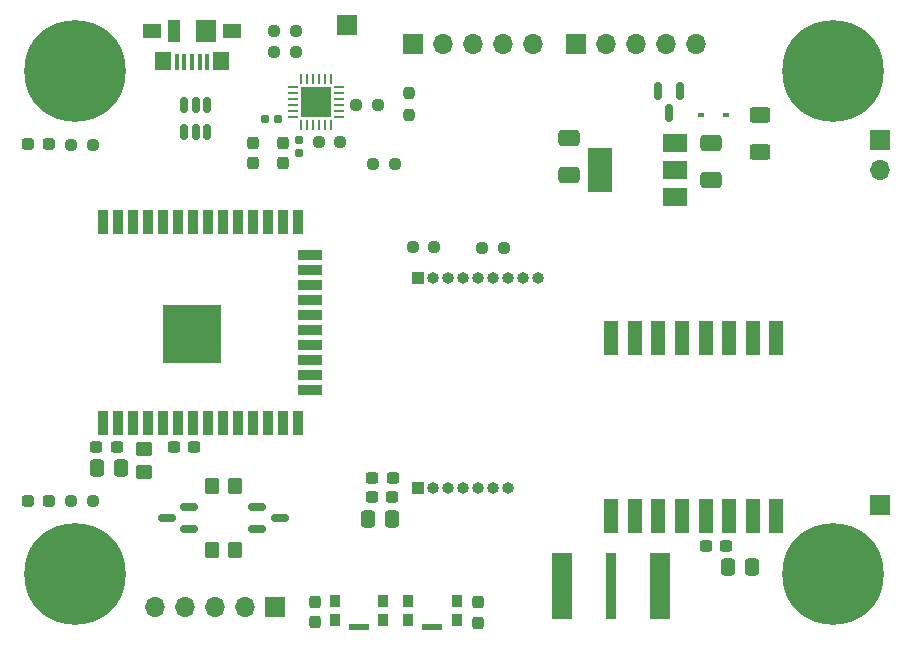
<source format=gts>
%TF.GenerationSoftware,KiCad,Pcbnew,6.0.6-3a73a75311~116~ubuntu20.04.1*%
%TF.CreationDate,2022-07-25T10:06:13-07:00*%
%TF.ProjectId,rover_controller,726f7665-725f-4636-9f6e-74726f6c6c65,rev?*%
%TF.SameCoordinates,Original*%
%TF.FileFunction,Soldermask,Top*%
%TF.FilePolarity,Negative*%
%FSLAX46Y46*%
G04 Gerber Fmt 4.6, Leading zero omitted, Abs format (unit mm)*
G04 Created by KiCad (PCBNEW 6.0.6-3a73a75311~116~ubuntu20.04.1) date 2022-07-25 10:06:13*
%MOMM*%
%LPD*%
G01*
G04 APERTURE LIST*
G04 Aperture macros list*
%AMRoundRect*
0 Rectangle with rounded corners*
0 $1 Rounding radius*
0 $2 $3 $4 $5 $6 $7 $8 $9 X,Y pos of 4 corners*
0 Add a 4 corners polygon primitive as box body*
4,1,4,$2,$3,$4,$5,$6,$7,$8,$9,$2,$3,0*
0 Add four circle primitives for the rounded corners*
1,1,$1+$1,$2,$3*
1,1,$1+$1,$4,$5*
1,1,$1+$1,$6,$7*
1,1,$1+$1,$8,$9*
0 Add four rect primitives between the rounded corners*
20,1,$1+$1,$2,$3,$4,$5,0*
20,1,$1+$1,$4,$5,$6,$7,0*
20,1,$1+$1,$6,$7,$8,$9,0*
20,1,$1+$1,$8,$9,$2,$3,0*%
G04 Aperture macros list end*
%ADD10RoundRect,0.250000X-0.337500X-0.475000X0.337500X-0.475000X0.337500X0.475000X-0.337500X0.475000X0*%
%ADD11R,1.000000X1.000000*%
%ADD12O,1.000000X1.000000*%
%ADD13RoundRect,0.150000X-0.150000X0.512500X-0.150000X-0.512500X0.150000X-0.512500X0.150000X0.512500X0*%
%ADD14RoundRect,0.150000X-0.587500X-0.150000X0.587500X-0.150000X0.587500X0.150000X-0.587500X0.150000X0*%
%ADD15RoundRect,0.237500X0.237500X-0.300000X0.237500X0.300000X-0.237500X0.300000X-0.237500X-0.300000X0*%
%ADD16RoundRect,0.250000X-0.625000X0.400000X-0.625000X-0.400000X0.625000X-0.400000X0.625000X0.400000X0*%
%ADD17RoundRect,0.237500X0.250000X0.237500X-0.250000X0.237500X-0.250000X-0.237500X0.250000X-0.237500X0*%
%ADD18R,0.889000X5.588000*%
%ADD19R,1.651000X5.588000*%
%ADD20RoundRect,0.150000X-0.150000X0.587500X-0.150000X-0.587500X0.150000X-0.587500X0.150000X0.587500X0*%
%ADD21RoundRect,0.155000X0.212500X0.155000X-0.212500X0.155000X-0.212500X-0.155000X0.212500X-0.155000X0*%
%ADD22RoundRect,0.250000X-0.650000X0.412500X-0.650000X-0.412500X0.650000X-0.412500X0.650000X0.412500X0*%
%ADD23RoundRect,0.237500X-0.250000X-0.237500X0.250000X-0.237500X0.250000X0.237500X-0.250000X0.237500X0*%
%ADD24C,0.900000*%
%ADD25C,8.600000*%
%ADD26RoundRect,0.150000X0.587500X0.150000X-0.587500X0.150000X-0.587500X-0.150000X0.587500X-0.150000X0*%
%ADD27RoundRect,0.237500X-0.287500X-0.237500X0.287500X-0.237500X0.287500X0.237500X-0.287500X0.237500X0*%
%ADD28RoundRect,0.250000X-0.350000X-0.450000X0.350000X-0.450000X0.350000X0.450000X-0.350000X0.450000X0*%
%ADD29RoundRect,0.237500X-0.237500X0.250000X-0.237500X-0.250000X0.237500X-0.250000X0.237500X0.250000X0*%
%ADD30R,0.450000X1.380000*%
%ADD31R,1.425000X1.550000*%
%ADD32R,1.800000X1.900000*%
%ADD33R,1.650000X1.300000*%
%ADD34R,1.000000X1.900000*%
%ADD35R,0.600000X0.450000*%
%ADD36RoundRect,0.250000X0.450000X-0.350000X0.450000X0.350000X-0.450000X0.350000X-0.450000X-0.350000X0*%
%ADD37RoundRect,0.250000X0.337500X0.475000X-0.337500X0.475000X-0.337500X-0.475000X0.337500X-0.475000X0*%
%ADD38R,0.900000X1.000000*%
%ADD39R,1.700000X0.550000*%
%ADD40RoundRect,0.155000X-0.155000X0.212500X-0.155000X-0.212500X0.155000X-0.212500X0.155000X0.212500X0*%
%ADD41R,1.700000X1.700000*%
%ADD42O,1.700000X1.700000*%
%ADD43R,1.200000X3.000000*%
%ADD44RoundRect,0.237500X-0.300000X-0.237500X0.300000X-0.237500X0.300000X0.237500X-0.300000X0.237500X0*%
%ADD45R,2.000000X1.500000*%
%ADD46R,2.000000X3.800000*%
%ADD47RoundRect,0.250000X0.650000X-0.412500X0.650000X0.412500X-0.650000X0.412500X-0.650000X-0.412500X0*%
%ADD48RoundRect,0.237500X0.300000X0.237500X-0.300000X0.237500X-0.300000X-0.237500X0.300000X-0.237500X0*%
%ADD49R,0.900000X2.000000*%
%ADD50R,2.000000X0.900000*%
%ADD51R,5.000000X5.000000*%
%ADD52RoundRect,0.250000X0.350000X0.450000X-0.350000X0.450000X-0.350000X-0.450000X0.350000X-0.450000X0*%
%ADD53RoundRect,0.237500X-0.237500X0.300000X-0.237500X-0.300000X0.237500X-0.300000X0.237500X0.300000X0*%
%ADD54RoundRect,0.062500X-0.350000X-0.062500X0.350000X-0.062500X0.350000X0.062500X-0.350000X0.062500X0*%
%ADD55RoundRect,0.062500X-0.062500X-0.350000X0.062500X-0.350000X0.062500X0.350000X-0.062500X0.350000X0*%
%ADD56R,2.600000X2.600000*%
G04 APERTURE END LIST*
D10*
X216532500Y-188510000D03*
X218607500Y-188510000D03*
D11*
X190295000Y-164005000D03*
D12*
X191565000Y-164005000D03*
X192835000Y-164005000D03*
X194105000Y-164005000D03*
X195375000Y-164005000D03*
X196645000Y-164005000D03*
X197915000Y-164005000D03*
X199185000Y-164005000D03*
X200455000Y-164005000D03*
D13*
X172450000Y-149362500D03*
X171500000Y-149362500D03*
X170550000Y-149362500D03*
X170550000Y-151637500D03*
X171500000Y-151637500D03*
X172450000Y-151637500D03*
D14*
X176732500Y-183370000D03*
X176732500Y-185270000D03*
X178607500Y-184320000D03*
D15*
X181590000Y-193172500D03*
X181590000Y-191447500D03*
D16*
X219320000Y-150220000D03*
X219320000Y-153320000D03*
D17*
X186922500Y-149360000D03*
X185097500Y-149360000D03*
X197607500Y-161460000D03*
X195782500Y-161460000D03*
D18*
X206680000Y-190130000D03*
D19*
X202555040Y-190130000D03*
X210804960Y-190130000D03*
D20*
X212520000Y-148200000D03*
X210620000Y-148200000D03*
X211570000Y-150075000D03*
D21*
X178487500Y-150590000D03*
X177352500Y-150590000D03*
D22*
X215110000Y-152605000D03*
X215110000Y-155730000D03*
D17*
X162787500Y-152725000D03*
X160962500Y-152725000D03*
D23*
X181927500Y-152500000D03*
X183752500Y-152500000D03*
D24*
X227780419Y-148780419D03*
X227780419Y-144219581D03*
X228725000Y-146500000D03*
X225500000Y-149725000D03*
X222275000Y-146500000D03*
X223219581Y-144219581D03*
X225500000Y-143275000D03*
X223219581Y-148780419D03*
D25*
X225500000Y-146500000D03*
D17*
X191712500Y-161430000D03*
X189887500Y-161430000D03*
D23*
X178175000Y-143110000D03*
X180000000Y-143110000D03*
D26*
X170977500Y-185280000D03*
X170977500Y-183380000D03*
X169102500Y-184330000D03*
D27*
X157325000Y-182900000D03*
X159075000Y-182900000D03*
D24*
X164525000Y-146500000D03*
X161300000Y-149725000D03*
X159019581Y-148780419D03*
X161300000Y-143275000D03*
X163580419Y-148780419D03*
X158075000Y-146500000D03*
D25*
X161300000Y-146500000D03*
D24*
X163580419Y-144219581D03*
X159019581Y-144219581D03*
D23*
X178175000Y-144910000D03*
X180000000Y-144910000D03*
D24*
X227780419Y-191380419D03*
X222275000Y-189100000D03*
X225500000Y-185875000D03*
D25*
X225500000Y-189100000D03*
D24*
X223219581Y-191380419D03*
X225500000Y-192325000D03*
X227780419Y-186819581D03*
X228725000Y-189100000D03*
X223219581Y-186819581D03*
D15*
X195400000Y-193192500D03*
X195400000Y-191467500D03*
D28*
X172850000Y-181600000D03*
X174850000Y-181600000D03*
D29*
X189570000Y-148367500D03*
X189570000Y-150192500D03*
D30*
X172500000Y-145760000D03*
X171850000Y-145760000D03*
X171200000Y-145760000D03*
X170550000Y-145760000D03*
X169900000Y-145760000D03*
D31*
X173687500Y-145675000D03*
D32*
X172350000Y-143100000D03*
D33*
X167825000Y-143100000D03*
D34*
X169650000Y-143100000D03*
D33*
X174575000Y-143100000D03*
D31*
X168712500Y-145675000D03*
D17*
X162812500Y-182925000D03*
X160987500Y-182925000D03*
D35*
X214330000Y-150220000D03*
X216430000Y-150220000D03*
D36*
X167090000Y-180470000D03*
X167090000Y-178470000D03*
D37*
X165207500Y-180120000D03*
X163132500Y-180120000D03*
D11*
X190295000Y-181785000D03*
D12*
X191565000Y-181785000D03*
X192835000Y-181785000D03*
X194105000Y-181785000D03*
X195375000Y-181785000D03*
X196645000Y-181785000D03*
X197915000Y-181785000D03*
D38*
X189490000Y-192960000D03*
X193590000Y-192960000D03*
X193590000Y-191360000D03*
X189490000Y-191360000D03*
D39*
X191540000Y-193585000D03*
D40*
X180250000Y-152310000D03*
X180250000Y-153445000D03*
D41*
X229410000Y-152315000D03*
D42*
X229410000Y-154855000D03*
D41*
X203715000Y-144190000D03*
D42*
X206255000Y-144190000D03*
X208795000Y-144190000D03*
X211335000Y-144190000D03*
X213875000Y-144190000D03*
D43*
X220680000Y-169130000D03*
X218680000Y-169130000D03*
X216680000Y-169130000D03*
X214680000Y-169130000D03*
X212680000Y-169130000D03*
X210680000Y-169130000D03*
X208680000Y-169130000D03*
X206680000Y-169130000D03*
X206680000Y-184130000D03*
X208680000Y-184130000D03*
X210680000Y-184130000D03*
X212680000Y-184130000D03*
X214680000Y-184130000D03*
X216680000Y-184130000D03*
X218680000Y-184130000D03*
X220680000Y-184130000D03*
D44*
X214677500Y-186700000D03*
X216402500Y-186700000D03*
D45*
X212060000Y-157167500D03*
X212060000Y-154867500D03*
D46*
X205760000Y-154867500D03*
D45*
X212060000Y-152567500D03*
D47*
X203135000Y-155330000D03*
X203135000Y-152205000D03*
D48*
X188180000Y-180940000D03*
X186455000Y-180940000D03*
D41*
X178225000Y-191870000D03*
D42*
X175685000Y-191870000D03*
X173145000Y-191870000D03*
X170605000Y-191870000D03*
X168065000Y-191870000D03*
D37*
X188145000Y-184450000D03*
X186070000Y-184450000D03*
D41*
X229410000Y-183200000D03*
X189910000Y-144180000D03*
D42*
X192450000Y-144180000D03*
X194990000Y-144180000D03*
X197530000Y-144180000D03*
X200070000Y-144180000D03*
D44*
X169667500Y-178370000D03*
X171392500Y-178370000D03*
D49*
X163695000Y-176300000D03*
X164965000Y-176300000D03*
X166235000Y-176300000D03*
X167505000Y-176300000D03*
X168775000Y-176300000D03*
X170045000Y-176300000D03*
X171315000Y-176300000D03*
X172585000Y-176300000D03*
X173855000Y-176300000D03*
X175125000Y-176300000D03*
X176395000Y-176300000D03*
X177665000Y-176300000D03*
X178935000Y-176300000D03*
X180205000Y-176300000D03*
D50*
X181205000Y-173515000D03*
X181205000Y-172245000D03*
X181205000Y-170975000D03*
X181205000Y-169705000D03*
X181205000Y-168435000D03*
X181205000Y-167165000D03*
X181205000Y-165895000D03*
X181205000Y-164625000D03*
X181205000Y-163355000D03*
X181205000Y-162085000D03*
D49*
X180205000Y-159300000D03*
X178935000Y-159300000D03*
X177665000Y-159300000D03*
X176395000Y-159300000D03*
X175125000Y-159300000D03*
X173855000Y-159300000D03*
X172585000Y-159300000D03*
X171315000Y-159300000D03*
X170045000Y-159300000D03*
X168775000Y-159300000D03*
X167505000Y-159300000D03*
X166235000Y-159300000D03*
X164965000Y-159300000D03*
X163695000Y-159300000D03*
D51*
X171195000Y-168800000D03*
D52*
X174850000Y-187050000D03*
X172850000Y-187050000D03*
D53*
X178920000Y-152587500D03*
X178920000Y-154312500D03*
D27*
X157300000Y-152700000D03*
X159050000Y-152700000D03*
D41*
X184290000Y-142580000D03*
D24*
X158075000Y-189100000D03*
X163580419Y-191380419D03*
X159019581Y-186819581D03*
X164525000Y-189100000D03*
X163580419Y-186819581D03*
X161300000Y-185875000D03*
X161300000Y-192325000D03*
X159019581Y-191380419D03*
D25*
X161300000Y-189100000D03*
D54*
X179762500Y-147860000D03*
X179762500Y-148360000D03*
X179762500Y-148860000D03*
X179762500Y-149360000D03*
X179762500Y-149860000D03*
X179762500Y-150360000D03*
D55*
X180450000Y-151047500D03*
X180950000Y-151047500D03*
X181450000Y-151047500D03*
X181950000Y-151047500D03*
X182450000Y-151047500D03*
X182950000Y-151047500D03*
D54*
X183637500Y-150360000D03*
X183637500Y-149860000D03*
X183637500Y-149360000D03*
X183637500Y-148860000D03*
X183637500Y-148360000D03*
X183637500Y-147860000D03*
D55*
X182950000Y-147172500D03*
X182450000Y-147172500D03*
X181950000Y-147172500D03*
X181450000Y-147172500D03*
X180950000Y-147172500D03*
X180450000Y-147172500D03*
D56*
X181700000Y-149110000D03*
D53*
X176340000Y-152587500D03*
X176340000Y-154312500D03*
D48*
X188162500Y-182590000D03*
X186437500Y-182590000D03*
D17*
X188340000Y-154400000D03*
X186515000Y-154400000D03*
D38*
X187400000Y-192972500D03*
X183300000Y-192972500D03*
X183300000Y-191372500D03*
X187400000Y-191372500D03*
D39*
X185350000Y-193597500D03*
D48*
X164802500Y-178350000D03*
X163077500Y-178350000D03*
M02*

</source>
